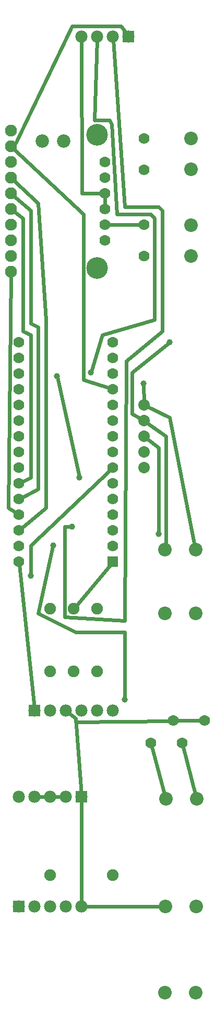
<source format=gtl>
G04 MADE WITH FRITZING*
G04 WWW.FRITZING.ORG*
G04 DOUBLE SIDED*
G04 HOLES PLATED*
G04 CONTOUR ON CENTER OF CONTOUR VECTOR*
%ASAXBY*%
%FSLAX23Y23*%
%MOIN*%
%OFA0B0*%
%SFA1.0B1.0*%
%ADD10C,0.078000*%
%ADD11C,0.075000*%
%ADD12C,0.070000*%
%ADD13C,0.138425*%
%ADD14C,0.086000*%
%ADD15C,0.076000*%
%ADD16C,0.073379*%
%ADD17C,0.087268*%
%ADD18C,0.087253*%
%ADD19C,0.039370*%
%ADD20R,0.078000X0.078000*%
%ADD21R,0.069972X0.070000*%
%ADD22C,0.024000*%
%LNCOPPER1*%
G90*
G70*
G54D10*
X649Y3897D03*
X549Y3897D03*
X449Y3897D03*
X349Y3897D03*
X249Y3897D03*
X249Y3197D03*
X349Y3197D03*
X449Y3197D03*
X549Y3197D03*
X649Y3197D03*
G54D11*
X449Y3397D03*
X849Y3397D03*
G54D10*
X349Y4447D03*
X449Y4447D03*
X549Y4447D03*
X649Y4447D03*
X749Y4447D03*
X849Y4447D03*
G54D11*
X449Y5097D03*
X449Y4697D03*
X599Y5097D03*
X599Y4697D03*
X749Y5097D03*
X749Y4697D03*
G54D12*
X1234Y4383D03*
X1093Y4241D03*
X1434Y4383D03*
X1293Y4241D03*
X1049Y7897D03*
X1049Y8097D03*
X1049Y7547D03*
X1049Y7347D03*
X849Y5397D03*
X849Y5497D03*
X849Y5597D03*
X849Y5697D03*
X849Y5797D03*
X849Y5897D03*
X849Y5997D03*
X849Y6097D03*
X849Y6197D03*
X849Y6297D03*
X849Y6397D03*
X849Y6497D03*
X849Y6597D03*
X849Y6697D03*
X849Y6797D03*
X249Y5397D03*
X249Y5497D03*
X249Y5597D03*
X249Y5697D03*
X249Y5797D03*
X249Y5897D03*
X249Y5997D03*
X249Y6097D03*
X249Y6197D03*
X249Y6297D03*
X249Y6397D03*
X249Y6497D03*
X249Y6597D03*
X249Y6697D03*
X249Y6797D03*
G54D13*
X749Y8122D03*
G54D14*
X398Y8082D03*
X536Y8082D03*
G54D15*
X199Y8147D03*
X199Y8047D03*
X199Y7947D03*
X199Y7847D03*
X199Y7747D03*
X199Y7647D03*
X199Y7547D03*
G54D13*
X749Y7272D03*
G54D15*
X199Y7447D03*
X199Y7347D03*
X199Y7247D03*
G54D12*
X799Y7447D03*
X799Y7547D03*
X799Y7647D03*
X799Y7747D03*
X799Y7847D03*
X799Y7947D03*
G54D16*
X1049Y6397D03*
X1049Y6297D03*
X1049Y6197D03*
X1049Y6097D03*
X1049Y5997D03*
G54D10*
X949Y8747D03*
X849Y8747D03*
X749Y8747D03*
X649Y8747D03*
G54D17*
X1180Y5069D03*
G54D18*
X1377Y5069D03*
G54D17*
X1377Y5476D03*
G54D18*
X1180Y5476D03*
G54D17*
X1349Y8097D03*
G54D18*
X1349Y7900D03*
G54D17*
X1349Y7544D03*
G54D18*
X1349Y7347D03*
G54D17*
X1384Y3883D03*
G54D18*
X1187Y3883D03*
G54D17*
X1185Y3197D03*
G54D18*
X1382Y3197D03*
G54D17*
X1180Y2647D03*
G54D18*
X1377Y2647D03*
G54D19*
X708Y6605D03*
X1140Y5573D03*
X924Y4517D03*
X468Y5501D03*
X636Y5933D03*
X492Y6581D03*
X588Y5621D03*
X1044Y6533D03*
X1212Y6797D03*
X324Y5309D03*
G54D20*
X649Y3897D03*
X249Y3197D03*
X349Y4447D03*
G54D21*
X849Y5397D03*
G54D20*
X949Y8747D03*
G54D22*
X799Y7667D02*
X799Y7727D01*
D02*
X651Y7749D02*
X649Y8728D01*
D02*
X779Y7748D02*
X651Y7749D01*
D02*
X347Y4466D02*
X251Y5379D01*
D02*
X819Y7547D02*
X1034Y7547D01*
D02*
X610Y5111D02*
X831Y5376D01*
D02*
X234Y5707D02*
X180Y5741D01*
X180Y5741D02*
X198Y7228D01*
D02*
X265Y5905D02*
X324Y5933D01*
X324Y5933D02*
X324Y6845D01*
X324Y6845D02*
X276Y6869D01*
X276Y6869D02*
X276Y7589D01*
X276Y7589D02*
X214Y7635D01*
D02*
X265Y5806D02*
X372Y5861D01*
X372Y5861D02*
X372Y6893D01*
X372Y6893D02*
X324Y6917D01*
X324Y6917D02*
X324Y7637D01*
X324Y7637D02*
X213Y7734D01*
D02*
X213Y7834D02*
X372Y7685D01*
X372Y7685D02*
X420Y6941D01*
X420Y6941D02*
X420Y5741D01*
X420Y5741D02*
X263Y5609D01*
D02*
X1182Y3905D02*
X1096Y4227D01*
D02*
X1379Y3905D02*
X1296Y4227D01*
D02*
X468Y3897D02*
X530Y3897D01*
D02*
X368Y3897D02*
X430Y3897D01*
D02*
X836Y5985D02*
X324Y5501D01*
X324Y5501D02*
X324Y5317D01*
D02*
X1140Y5581D02*
X1140Y6125D01*
X1140Y6125D02*
X1066Y6184D01*
D02*
X748Y8728D02*
X732Y8213D01*
X732Y8213D02*
X828Y8213D01*
X828Y8213D02*
X840Y8189D01*
X840Y8189D02*
X876Y7613D01*
X876Y7613D02*
X1092Y7613D01*
X1092Y7613D02*
X1116Y7589D01*
X1116Y7589D02*
X1116Y6941D01*
X1116Y6941D02*
X780Y6845D01*
X780Y6845D02*
X710Y6612D01*
D02*
X580Y5621D02*
X540Y5621D01*
X540Y5621D02*
X540Y5045D01*
X540Y5045D02*
X924Y5021D01*
X924Y5021D02*
X936Y6677D01*
X936Y6677D02*
X1164Y6869D01*
X1164Y6869D02*
X1164Y7637D01*
X1164Y7637D02*
X1140Y7661D01*
X1140Y7661D02*
X924Y7661D01*
X924Y7661D02*
X850Y8728D01*
D02*
X1419Y4383D02*
X1249Y4383D01*
D02*
X564Y4435D02*
X612Y4397D01*
X612Y4397D02*
X612Y4373D01*
X612Y4373D02*
X1219Y4382D01*
D02*
X647Y3916D02*
X612Y4397D01*
D02*
X649Y3216D02*
X649Y3878D01*
D02*
X1163Y3197D02*
X668Y3197D01*
D02*
X1066Y6285D02*
X1188Y6197D01*
X1188Y6197D02*
X1188Y5525D01*
X1188Y5525D02*
X1184Y5498D01*
D02*
X1206Y6792D02*
X972Y6605D01*
X972Y6605D02*
X972Y6341D01*
X972Y6341D02*
X1030Y6308D01*
D02*
X494Y6573D02*
X634Y5941D01*
D02*
X466Y5493D02*
X372Y5069D01*
X372Y5069D02*
X612Y4949D01*
X612Y4949D02*
X924Y4949D01*
X924Y4949D02*
X924Y4525D01*
D02*
X1044Y6525D02*
X1048Y6419D01*
D02*
X1373Y5498D02*
X1212Y6317D01*
X1212Y6317D02*
X1068Y6388D01*
D02*
X213Y8034D02*
X660Y7613D01*
X660Y7613D02*
X660Y6557D01*
X660Y6557D02*
X832Y6503D01*
D02*
X937Y8763D02*
X900Y8813D01*
X900Y8813D02*
X588Y8813D01*
X588Y8813D02*
X228Y8069D01*
X228Y8069D02*
X215Y8059D01*
G04 End of Copper1*
M02*
</source>
